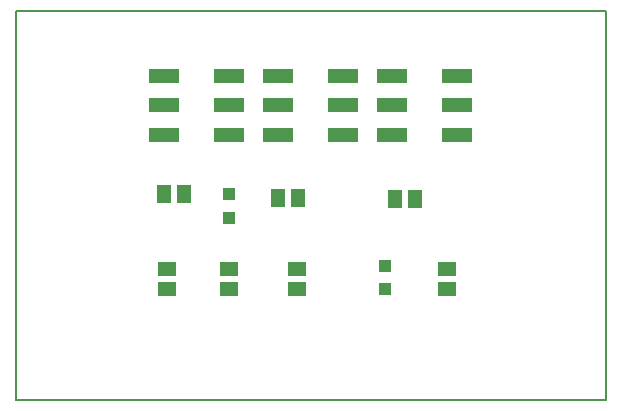
<source format=gtp>
G75*
%MOIN*%
%OFA0B0*%
%FSLAX24Y24*%
%IPPOS*%
%LPD*%
%AMOC8*
5,1,8,0,0,1.08239X$1,22.5*
%
%ADD10C,0.0050*%
%ADD11R,0.0591X0.0512*%
%ADD12R,0.0394X0.0394*%
%ADD13R,0.0512X0.0591*%
%ADD14R,0.0984X0.0472*%
D10*
X001003Y001149D02*
X020688Y001149D01*
X020688Y014141D01*
X001003Y014141D01*
X001003Y001149D01*
D11*
X006066Y004857D03*
X006066Y005526D03*
X008109Y005526D03*
X008109Y004857D03*
X010400Y004857D03*
X010400Y005526D03*
X015377Y005526D03*
X015377Y004857D03*
D12*
X013306Y004853D03*
X013306Y005641D03*
X008109Y007231D03*
X008109Y008019D03*
D13*
X006617Y008015D03*
X005948Y008015D03*
X009755Y007900D03*
X010424Y007900D03*
X013660Y007869D03*
X014330Y007869D03*
D14*
X013566Y010011D03*
X013566Y010995D03*
X013566Y011979D03*
X011920Y011979D03*
X011920Y010995D03*
X011920Y010011D03*
X009755Y010011D03*
X009755Y010995D03*
X009755Y011979D03*
X008109Y011979D03*
X008109Y010995D03*
X008109Y010011D03*
X005944Y010011D03*
X005944Y010995D03*
X005944Y011979D03*
X015731Y011979D03*
X015731Y010995D03*
X015731Y010011D03*
M02*

</source>
